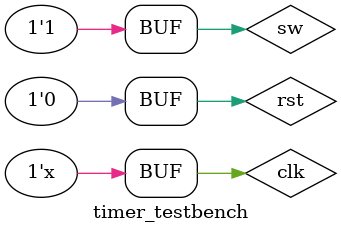
<source format=sv>


/*module timer_testbench();

    // Inputs
    logic Clk_1sec;
    //logic reset;

    // Outputs
    logic [5:0] seconds;
    logic [6:0] segA;
    logic [6:0] segB;
    logic [6:0] segC;

    // Instantiate the Unit Under Test (UUT)
    timer dut ( Clk_1sec, 
                //reset, 
                seconds, 
                segA, segB, segC);
    
    //Generating the Clock with `1 Hz frequency
    initial Clk_1sec = 0;
    always #50 Clk_1sec = ~Clk_1sec;  //Every 0.5 sec toggle the clock.
    //#5000000

    initial begin
        reset = 1;
        // Wait 100 ns for global reset to finish
        #100;
        reset = 0;  
    end
      
endmodule
*/

module timer_testbench();
logic clk;
logic sw;
logic rst;
logic [6:0] seg;
logic [3:0] an;
logic [7:0] led;

timer dut (clk, sw, rst, seg, an, led);

initial begin clk = 0; sw = 1; end
always #50 clk = ~clk;

initial begin
    rst = 1;
    #100;
    rst = 0;
    end

endmodule


</source>
